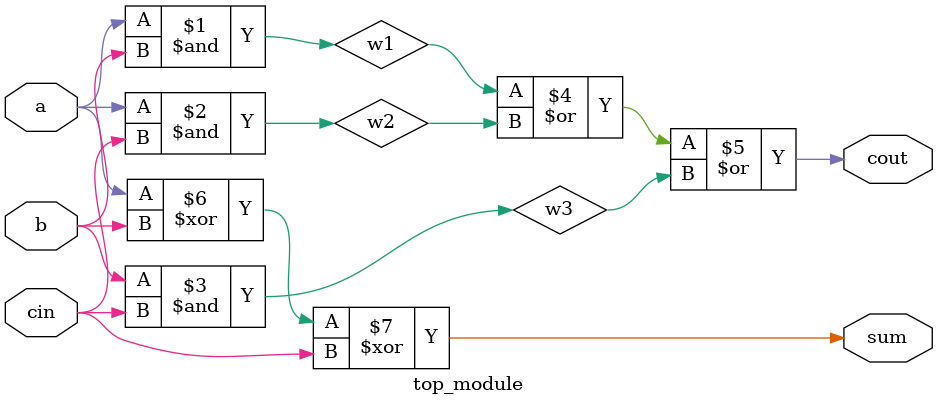
<source format=sv>
module top_module (
    input a,
    input b,
    input cin,
    output cout,
    output sum
);

    // Create internal wires for the carry calculation
    wire w1, w2, w3;

    // Calculate the carry
    assign w1 = a & b;
    assign w2 = a & cin;
    assign w3 = b & cin;

    assign cout = w1 | w2 | w3; // Output the carry

    // Calculate the sum
    assign sum = (a ^ b) ^ cin; // Output the sum

endmodule

</source>
